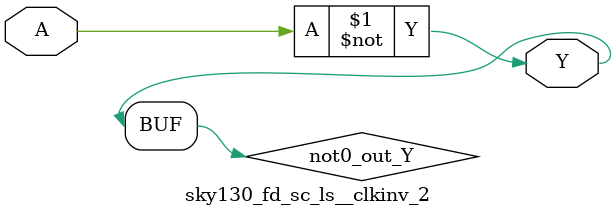
<source format=v>
/*
 * Copyright 2020 The SkyWater PDK Authors
 *
 * Licensed under the Apache License, Version 2.0 (the "License");
 * you may not use this file except in compliance with the License.
 * You may obtain a copy of the License at
 *
 *     https://www.apache.org/licenses/LICENSE-2.0
 *
 * Unless required by applicable law or agreed to in writing, software
 * distributed under the License is distributed on an "AS IS" BASIS,
 * WITHOUT WARRANTIES OR CONDITIONS OF ANY KIND, either express or implied.
 * See the License for the specific language governing permissions and
 * limitations under the License.
 *
 * SPDX-License-Identifier: Apache-2.0
*/


`ifndef SKY130_FD_SC_LS__CLKINV_2_FUNCTIONAL_V
`define SKY130_FD_SC_LS__CLKINV_2_FUNCTIONAL_V

/**
 * clkinv: Clock tree inverter.
 *
 * Verilog simulation functional model.
 */

`timescale 1ns / 1ps
`default_nettype none

`celldefine
module sky130_fd_sc_ls__clkinv_2 (
    Y,
    A
);

    // Module ports
    output Y;
    input  A;

    // Local signals
    wire not0_out_Y;

    //  Name  Output      Other arguments
    not not0 (not0_out_Y, A              );
    buf buf0 (Y         , not0_out_Y     );

endmodule
`endcelldefine

`default_nettype wire
`endif  // SKY130_FD_SC_LS__CLKINV_2_FUNCTIONAL_V

</source>
